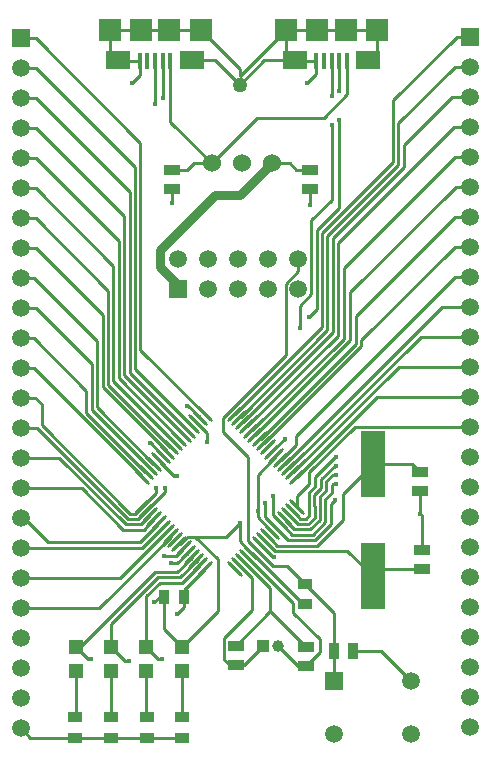
<source format=gtl>
G04*
G04 #@! TF.GenerationSoftware,Altium Limited,Altium Designer,18.0.12 (696)*
G04*
G04 Layer_Physical_Order=1*
G04 Layer_Color=255*
%FSLAX25Y25*%
%MOIN*%
G70*
G01*
G75*
%ADD12C,0.01000*%
G04:AMPARAMS|DCode=34|XSize=11mil|YSize=70.87mil|CornerRadius=0mil|HoleSize=0mil|Usage=FLASHONLY|Rotation=45.000|XOffset=0mil|YOffset=0mil|HoleType=Round|Shape=Round|*
%AMOVALD34*
21,1,0.05987,0.01100,0.00000,0.00000,135.0*
1,1,0.01100,0.02117,-0.02117*
1,1,0.01100,-0.02117,0.02117*
%
%ADD34OVALD34*%

G04:AMPARAMS|DCode=35|XSize=11mil|YSize=70.87mil|CornerRadius=0mil|HoleSize=0mil|Usage=FLASHONLY|Rotation=315.000|XOffset=0mil|YOffset=0mil|HoleType=Round|Shape=Round|*
%AMOVALD35*
21,1,0.05987,0.01100,0.00000,0.00000,45.0*
1,1,0.01100,-0.02117,-0.02117*
1,1,0.01100,0.02117,0.02117*
%
%ADD35OVALD35*%

%ADD36R,0.03347X0.05118*%
%ADD37R,0.05118X0.03347*%
%ADD38R,0.05000X0.05000*%
%ADD39R,0.01575X0.05315*%
%ADD40R,0.07480X0.07480*%
%ADD41R,0.08268X0.06299*%
%ADD42R,0.03740X0.05315*%
%ADD43R,0.05315X0.03740*%
%ADD44R,0.08268X0.22047*%
%ADD45C,0.03000*%
%ADD46C,0.05906*%
%ADD47R,0.05906X0.05906*%
%ADD48R,0.05906X0.05906*%
%ADD49C,0.06000*%
%ADD50C,0.03937*%
%ADD51R,0.03937X0.03937*%
%ADD52C,0.01500*%
%ADD53C,0.05000*%
D12*
X158500Y225000D02*
Y231900D01*
X156400Y234000D02*
X158500Y231900D01*
X151500Y234000D02*
X156400D01*
X158500Y225000D02*
X188000Y195500D01*
X211278Y227345D02*
Y227680D01*
X184256Y240615D02*
Y286244D01*
Y240615D02*
X204486Y220385D01*
X156500Y314000D02*
X184256Y286244D01*
X186056Y241599D02*
X205878Y221777D01*
X187856Y242415D02*
X206935Y223336D01*
X187856Y242415D02*
Y302644D01*
X189656Y243567D02*
Y311014D01*
Y243567D02*
X208662Y224561D01*
X191456Y250118D02*
X212838Y228737D01*
X191456Y250118D02*
Y319186D01*
X196000Y166000D02*
X197846Y167847D01*
X199310D01*
X235520Y181000D02*
X236000D01*
X231211Y185308D02*
X235520Y181000D01*
X227500Y186068D02*
X235568Y178000D01*
X240363D02*
X246156Y172207D01*
X235568Y178000D02*
X240363D01*
X239500Y220489D02*
Y220500D01*
X235387Y216377D02*
X239500Y220489D01*
X235387Y216209D02*
Y216377D01*
X230500Y196500D02*
Y208538D01*
X236779Y214817D01*
X224500Y186452D02*
Y192500D01*
Y186452D02*
X228428Y182524D01*
X209788Y187883D02*
X219883D01*
X207228D02*
X209788D01*
X219883D02*
X224500Y192500D01*
X218893Y222747D02*
X227245Y214395D01*
Y186658D02*
Y214395D01*
X227500Y186068D02*
Y186403D01*
X227300D02*
X227500D01*
X227300D02*
Y186603D01*
X227245Y186658D02*
X227300Y186603D01*
X218893Y222747D02*
Y227386D01*
X239854Y248347D01*
Y272108D01*
X244106Y276361D01*
Y280346D01*
X248359Y268585D02*
Y293359D01*
X244500Y264726D02*
X248359Y268585D01*
X244500Y257500D02*
Y264726D01*
X250159Y263659D02*
Y289895D01*
X251959Y257836D02*
Y289150D01*
X253759Y256684D02*
Y287995D01*
X255559Y255939D02*
Y287250D01*
X257359Y254884D02*
Y285859D01*
X259159Y277350D02*
X296324Y314514D01*
X259159Y253733D02*
Y277350D01*
X261400Y269258D02*
X296656Y304514D01*
X261400Y253357D02*
Y269258D01*
X263200Y261558D02*
X296156Y294514D01*
X263200Y252206D02*
Y261558D01*
X296014Y324514D02*
X301156D01*
X257359Y285859D02*
X296014Y324514D01*
X233000Y194487D02*
X240819Y186669D01*
X248359Y293359D02*
X255156Y300156D01*
X250159Y289895D02*
X257715Y297451D01*
X251959Y289150D02*
X275656Y312846D01*
X253759Y287995D02*
X277456Y311692D01*
Y325646D01*
X255559Y287250D02*
X279256Y310946D01*
X247500Y261000D02*
X250159Y263659D01*
X222860Y228737D02*
X251959Y257836D01*
X224956Y227881D02*
X253759Y256684D01*
X225644Y226023D02*
X255559Y255939D01*
X227036Y224561D02*
X257359Y254884D01*
X228428Y223336D02*
X228763D01*
X259159Y253733D01*
X229819Y221777D02*
X261400Y253357D01*
X231211Y220552D02*
X231547D01*
X263200Y252206D01*
X265000Y253358D02*
X296156Y284514D01*
X265000Y251460D02*
Y253358D01*
X232603Y219064D02*
X265000Y251460D01*
X257715Y297451D02*
Y326785D01*
X255156Y300156D02*
Y325156D01*
X194500Y219000D02*
X194903D01*
X178856Y237734D02*
X200310Y216280D01*
X180656Y238480D02*
X201367Y217769D01*
X203500Y162000D02*
X206002Y164502D01*
Y167847D01*
X204699Y174314D02*
X210533Y180148D01*
X208494Y180797D02*
Y181132D01*
X202000Y299000D02*
Y303850D01*
X248000Y298500D02*
Y303850D01*
X197483Y147000D02*
X198491D01*
X173927D02*
X174964D01*
X186205Y146500D02*
X187500D01*
X193420Y151063D02*
X197483Y147000D01*
X181642Y151063D02*
X186205Y146500D01*
X169864Y151063D02*
X173927Y147000D01*
X194903Y219000D02*
X198751Y215152D01*
X182456Y239631D02*
X203094Y218993D01*
X198751Y214914D02*
Y215152D01*
Y214914D02*
X198848Y214817D01*
X198918D01*
X207000Y231500D02*
X207458D01*
X211278Y227680D01*
Y227345D02*
X211446D01*
X213500Y219500D02*
Y222507D01*
X210054Y225953D02*
X213500Y222507D01*
X197694Y213187D02*
Y213425D01*
X202784Y208000D02*
X203500D01*
X197934Y212850D02*
X202784Y208000D01*
X197934Y212850D02*
Y212946D01*
X197694Y213187D02*
X197934Y212946D01*
X197527Y213425D02*
X197694D01*
X230500Y194371D02*
Y196500D01*
Y194371D02*
X235387Y189484D01*
X199500Y202593D02*
Y204000D01*
X196500Y202377D02*
Y204000D01*
X193183Y196108D02*
Y196443D01*
X193351D02*
X199500Y202593D01*
X191959Y197836D02*
X196500Y202377D01*
X201500Y179000D02*
X203746D01*
X207270Y182524D01*
X199341Y181341D02*
X203471D01*
X205711Y183581D01*
Y183819D01*
X205807Y183916D01*
X205878D01*
X206002Y170121D02*
X212838Y176956D01*
X206002Y167847D02*
Y170121D01*
X235500Y194939D02*
X238171Y192268D01*
X235500Y194939D02*
Y201500D01*
X233000Y194487D02*
Y199000D01*
X188500Y339000D02*
X191231Y341731D01*
Y346413D01*
X247000Y339000D02*
X250038Y342038D01*
Y346413D01*
X196349Y332151D02*
Y346413D01*
X198908Y334092D02*
Y346413D01*
Y334092D02*
X199000Y334000D01*
X201467Y325961D02*
Y346413D01*
X255156Y334656D02*
Y346413D01*
X257715Y336285D02*
Y346413D01*
X202000Y309996D02*
X206996D01*
X260274Y335274D02*
Y346413D01*
X252500Y327500D02*
X260274Y335274D01*
X230384Y327500D02*
X252500D01*
X215156Y312272D02*
X230384Y327500D01*
X224500Y338500D02*
X232807Y346807D01*
X242951D01*
X224500Y341348D02*
Y343853D01*
X211506Y356846D02*
X224500Y343853D01*
Y341348D02*
X239998Y356846D01*
X242951Y346807D02*
X243345Y346413D01*
X250038D01*
X216193Y346807D02*
X224500Y338500D01*
X208554Y346807D02*
X216193D01*
X243350Y310150D02*
X248000D01*
X241228Y312272D02*
X243350Y310150D01*
X209272Y312272D02*
X215156D01*
X206996Y309996D02*
X209272Y312272D01*
X235156D02*
X241228D01*
X156642Y354000D02*
X191456Y319186D01*
X192575Y190100D02*
X196134Y193660D01*
X185763Y190100D02*
X192575D01*
X171863Y204000D02*
X185763Y190100D01*
X151500Y204000D02*
X171863D01*
X191520Y191900D02*
X194707Y195087D01*
X194707D02*
X194743Y195052D01*
X194707Y195087D02*
X194707D01*
X186509Y191900D02*
X191520D01*
X164409Y214000D02*
X186509Y191900D01*
X151500Y214000D02*
X164409D01*
X156954Y224000D02*
X187254Y193700D01*
X151500Y224000D02*
X156954D01*
X187254Y193700D02*
X190775D01*
X193183Y196108D01*
Y196443D02*
X193351D01*
X188000Y195500D02*
X189623D01*
X191959Y197836D01*
X155887Y244000D02*
X191959Y207928D01*
X151500Y244000D02*
X155887D01*
X191959Y207857D02*
Y207928D01*
X193016Y209417D02*
X193351D01*
Y209249D02*
Y209417D01*
X173456Y228976D02*
X193016Y209417D01*
X173456Y228976D02*
Y236544D01*
X156000Y254000D02*
X173456Y236544D01*
X151500Y254000D02*
X156000D01*
X175256Y230128D02*
Y245244D01*
Y230128D02*
X194743Y210641D01*
X156500Y264000D02*
X175256Y245244D01*
X151500Y264000D02*
X156500D01*
X195799Y212201D02*
X196134D01*
Y212033D02*
Y212201D01*
X177056Y230944D02*
X195799Y212201D01*
X177056Y230944D02*
Y252944D01*
X156000Y274000D02*
X177056Y252944D01*
X151500Y274000D02*
X156000D01*
X200310Y216209D02*
Y216280D01*
X178856Y237734D02*
Y261644D01*
X156500Y284000D02*
X178856Y261644D01*
X151500Y284000D02*
X156500D01*
X201367Y217769D02*
X201702D01*
Y217601D02*
Y217769D01*
X180656Y238480D02*
Y269844D01*
X156500Y294000D02*
X180656Y269844D01*
X151500Y294000D02*
X156500D01*
X182456Y239631D02*
Y278044D01*
X156500Y304000D02*
X182456Y278044D01*
X151500Y304000D02*
X156500D01*
X151500Y314000D02*
X156500D01*
X206935Y223336D02*
X207270D01*
X156500Y334000D02*
X187856Y302644D01*
X151500Y334000D02*
X156500D01*
X186056Y241599D02*
Y294614D01*
X156670Y324000D02*
X186056Y294614D01*
X151500Y324000D02*
X156670D01*
X207270Y223169D02*
Y223336D01*
X156670Y344000D02*
X189656Y311014D01*
X151500Y344000D02*
X156670D01*
X151500Y354000D02*
X156642D01*
X197359Y192029D02*
Y192268D01*
X191344Y186014D02*
X197359Y192029D01*
X160514Y186014D02*
X191344D01*
X152528Y194000D02*
X160514Y186014D01*
X151500Y194000D02*
X152528D01*
X197359Y192268D02*
X197527D01*
X198751Y190876D02*
X199159Y191284D01*
X198751Y190638D02*
Y190876D01*
Y190638D02*
X199397Y191284D01*
X191875Y184000D02*
X198751Y190876D01*
X151500Y184000D02*
X191875D01*
X184659Y174000D02*
X200143Y189484D01*
X151500Y174000D02*
X184659D01*
X201535Y187757D02*
Y188092D01*
X177778Y164000D02*
X201535Y187757D01*
X151500Y164000D02*
X177778D01*
X199397Y191284D02*
X199494D01*
X199159D02*
X199397D01*
X198751Y190876D02*
X198918D01*
X200143Y189484D02*
X200310D01*
X201535Y188092D02*
X201702D01*
X151500Y124000D02*
X154630Y120870D01*
X169798D01*
X181649D01*
X193499D01*
X205349D01*
X204486Y185308D02*
X204654D01*
X207228Y187883D01*
X209788D02*
X217156Y180514D01*
Y163021D02*
Y180514D01*
X205198Y151063D02*
X217156Y163021D01*
X199310Y156951D02*
X205198Y151063D01*
X199310Y156951D02*
Y167847D01*
X205198Y127714D02*
X205349Y127563D01*
X205198Y127714D02*
Y143063D01*
X193420Y127642D02*
X193499Y127563D01*
X193420Y127642D02*
Y143063D01*
X181642Y127569D02*
X181649Y127563D01*
X181642Y127569D02*
Y143063D01*
X169798Y127563D02*
X169864Y127629D01*
Y143063D01*
X196256Y176114D02*
X203812D01*
X171205Y151063D02*
X196256Y176114D01*
X169864Y151063D02*
X171205D01*
X181642Y158795D02*
X197161Y174314D01*
X181642Y151063D02*
Y158795D01*
X197161Y174314D02*
X204699D01*
X203812Y176114D02*
X208494Y180797D01*
Y181132D02*
X208662D01*
X210533Y180148D02*
X210630D01*
X211278Y178348D02*
X211446D01*
X205444Y172514D02*
X211278Y178348D01*
X197906Y172514D02*
X205444D01*
X193420Y151063D02*
Y168028D01*
X197906Y172514D01*
X224252Y178181D02*
X224587D01*
X219198Y146972D02*
X220967Y145203D01*
X219198Y146972D02*
Y154057D01*
X223089Y145203D02*
X223156D01*
X224587Y178181D02*
X228656Y174112D01*
Y163514D02*
Y174112D01*
X219198Y154057D02*
X228656Y163514D01*
X234737Y163083D02*
Y170577D01*
X225644Y179669D02*
X234737Y170577D01*
X225644Y179669D02*
Y179740D01*
X234737Y163083D02*
X246656Y151164D01*
X223156Y151502D02*
X234737Y163083D01*
X246656Y144865D02*
X246723D01*
X251156Y149298D01*
Y153682D01*
X242297Y162541D02*
X251156Y153682D01*
X242297Y162541D02*
Y165871D01*
X227036Y181132D02*
X242297Y165871D01*
X224252Y178181D02*
Y178348D01*
X243955Y144865D02*
X246656D01*
X237317Y151502D02*
X243955Y144865D01*
X226081Y145203D02*
X232380Y151502D01*
X223156Y145203D02*
X226081D01*
X271565Y149846D02*
X281644Y139768D01*
X262156Y149846D02*
X271565D01*
X255857D02*
X256053Y149650D01*
Y139768D02*
Y149650D01*
X255857Y149846D02*
Y162506D01*
X246156Y172207D02*
X255857Y162506D01*
X228428Y182524D02*
X228498D01*
X245508Y165514D01*
X246156D01*
X284656Y195514D02*
X285156Y195014D01*
Y183496D02*
Y195014D01*
X284656Y195514D02*
Y203047D01*
X239731Y193324D02*
Y193660D01*
X268849Y174646D02*
X271400Y177197D01*
X285156D01*
X260426Y183069D02*
X268849Y174646D01*
X236305Y183069D02*
X260426D01*
X232674Y186700D02*
X236305Y183069D01*
X232603Y186700D02*
X232674D01*
X258856Y202054D02*
X268849Y212047D01*
X254906Y198764D02*
X256156Y200014D01*
X254906Y191970D02*
Y198764D01*
X281955Y212047D02*
X284656Y209347D01*
X268849Y212047D02*
X281955D01*
X234163Y187757D02*
Y188092D01*
X258856Y193375D02*
Y202054D01*
X250350Y184869D02*
X258856Y193375D01*
X237051Y184869D02*
X250350D01*
X234163Y187757D02*
X237051Y184869D01*
X233995Y188092D02*
X234163D01*
X249604Y186669D02*
X254906Y191970D01*
X240819Y186669D02*
X249604D01*
X249456Y198070D02*
X249505Y198020D01*
Y194207D02*
Y198020D01*
X247367Y192069D02*
X249505Y194207D01*
X251306Y193461D02*
Y198766D01*
X248113Y190269D02*
X251306Y193461D01*
X251256Y198815D02*
X251306Y198766D01*
X253105Y192716D02*
Y199511D01*
X248859Y188469D02*
X253105Y192716D01*
X253056Y199561D02*
X253105Y199511D01*
X253056Y199561D02*
Y200323D01*
X255656Y205514D02*
X256656D01*
X255256Y205114D02*
X255656Y205514D01*
X255256Y202523D02*
Y205114D01*
X253056Y200323D02*
X255256Y202523D01*
X255701Y208514D02*
X256656D01*
X253456Y206269D02*
X255701Y208514D01*
X253456Y203269D02*
Y206269D01*
X256156Y211514D02*
X256656D01*
X251656Y207014D02*
X256156Y211514D01*
X249505Y207864D02*
X256156Y214514D01*
X249505Y204496D02*
Y207864D01*
X256156Y214514D02*
X256656D01*
X241970Y188469D02*
X248859D01*
X238171Y192268D02*
X241970Y188469D01*
X251256Y201069D02*
X253456Y203269D01*
X251656Y204014D02*
Y207014D01*
X249456Y201814D02*
X251656Y204014D01*
X247656Y202646D02*
X249505Y204496D01*
X247706Y205241D02*
Y209278D01*
X243739Y201275D02*
X247706Y205241D01*
X251256Y198815D02*
Y201069D01*
X249456Y198070D02*
Y201814D01*
X247656Y197324D02*
Y202646D01*
X243739Y197836D02*
Y201275D01*
X242786Y190269D02*
X248113D01*
X242515Y196108D02*
Y196443D01*
X247706Y209278D02*
X262941Y224514D01*
X243739Y207857D02*
X270396Y234514D01*
X262941Y224514D02*
X301156D01*
X270396Y234514D02*
X301156D01*
X239731Y193324D02*
X242786Y190269D01*
X239563Y193660D02*
X239731D01*
X244008Y192069D02*
X247367D01*
X241026Y195052D02*
X244008Y192069D01*
X240955Y195052D02*
X241026D01*
X247656Y197324D02*
X247706Y197274D01*
Y194953D02*
Y197274D01*
X246622Y193869D02*
X247706Y194953D01*
X244754Y193869D02*
X246622D01*
X242515Y196108D02*
X244754Y193869D01*
X242347Y196443D02*
X242515D01*
X242347Y209249D02*
X277612Y244514D01*
X301156D01*
X240955Y210641D02*
X284828Y254514D01*
X301156D01*
X239563Y212033D02*
X292044Y264514D01*
X301156D01*
X238171Y213425D02*
X243156Y218410D01*
Y221514D01*
X296156Y274514D01*
X301156D01*
X232603Y218993D02*
Y219064D01*
X296156Y284514D02*
X301156D01*
X296156Y294514D02*
X301156D01*
X231211Y220385D02*
Y220552D01*
X296656Y304514D02*
X301156D01*
X228428Y223169D02*
Y223336D01*
X296324Y314514D02*
X301156D01*
X296824Y354514D02*
X301156D01*
X275656Y333347D02*
X296824Y354514D01*
X275656Y312846D02*
Y333347D01*
X296324Y344514D02*
X301156D01*
X277456Y325646D02*
X296324Y344514D01*
X295324Y334514D02*
X301156D01*
X279256Y318446D02*
X295324Y334514D01*
X279256Y310946D02*
Y318446D01*
X225644Y225953D02*
Y226023D01*
X224621Y227881D02*
X224956D01*
X267361Y346807D02*
X270313Y349760D01*
Y356846D01*
X184144Y346807D02*
X184538Y346413D01*
X191231D01*
X181191Y349760D02*
X184144Y346807D01*
X181191Y349760D02*
Y356846D01*
X239998Y349760D02*
X242951Y346807D01*
X239998Y349760D02*
Y356846D01*
X259880D02*
X270313D01*
X250431D02*
X259880D01*
X239998D02*
X250431D01*
X201073Y356846D02*
X211506D01*
X191624D02*
X201073D01*
X181191D02*
X191624D01*
X201467Y325961D02*
X215156Y312272D01*
D34*
X212838Y228737D02*
D03*
X211446Y227345D02*
D03*
X210054Y225953D02*
D03*
X208662Y224561D02*
D03*
X207270Y223169D02*
D03*
X205878Y221777D02*
D03*
X204486Y220385D02*
D03*
X203094Y218993D02*
D03*
X201702Y217601D02*
D03*
X200310Y216209D02*
D03*
X198918Y214817D02*
D03*
X197527Y213425D02*
D03*
X196134Y212033D02*
D03*
X194743Y210641D02*
D03*
X193351Y209249D02*
D03*
X191959Y207857D02*
D03*
X222860Y176956D02*
D03*
X224252Y178348D02*
D03*
X225644Y179740D02*
D03*
X227036Y181132D02*
D03*
X228428Y182524D02*
D03*
X229819Y183916D02*
D03*
X231211Y185308D02*
D03*
X232603Y186700D02*
D03*
X233995Y188092D02*
D03*
X235387Y189484D02*
D03*
X236779Y190876D02*
D03*
X238171Y192268D02*
D03*
X239563Y193660D02*
D03*
X240955Y195052D02*
D03*
X242347Y196443D02*
D03*
X243739Y197836D02*
D03*
D35*
X191959D02*
D03*
X193351Y196443D02*
D03*
X194743Y195052D02*
D03*
X196134Y193660D02*
D03*
X197527Y192268D02*
D03*
X198918Y190876D02*
D03*
X200310Y189484D02*
D03*
X201702Y188092D02*
D03*
X203094Y186700D02*
D03*
X204486Y185308D02*
D03*
X205878Y183916D02*
D03*
X207270Y182524D02*
D03*
X208662Y181132D02*
D03*
X210054Y179740D02*
D03*
X211446Y178348D02*
D03*
X212838Y176956D02*
D03*
X243739Y207857D02*
D03*
X242347Y209249D02*
D03*
X240955Y210641D02*
D03*
X239563Y212033D02*
D03*
X238171Y213425D02*
D03*
X236779Y214817D02*
D03*
X235387Y216209D02*
D03*
X233995Y217601D02*
D03*
X232603Y218993D02*
D03*
X231211Y220385D02*
D03*
X229819Y221777D02*
D03*
X228428Y223169D02*
D03*
X227036Y224561D02*
D03*
X225644Y225953D02*
D03*
X224252Y227345D02*
D03*
X222860Y228737D02*
D03*
D36*
X206002Y167847D02*
D03*
X199310D02*
D03*
D37*
X181649Y127563D02*
D03*
Y120870D02*
D03*
X193499Y127563D02*
D03*
Y120870D02*
D03*
X169798Y127563D02*
D03*
Y120870D02*
D03*
X246156Y172207D02*
D03*
Y165514D02*
D03*
X205349Y120870D02*
D03*
Y127563D02*
D03*
D38*
X181642Y143063D02*
D03*
Y151063D02*
D03*
X193420Y143063D02*
D03*
Y151063D02*
D03*
X169864Y143063D02*
D03*
Y151063D02*
D03*
X205198D02*
D03*
Y143063D02*
D03*
D39*
X201467Y346413D02*
D03*
X198908D02*
D03*
X196349D02*
D03*
X193790D02*
D03*
X191231D02*
D03*
X260274Y346413D02*
D03*
X257715D02*
D03*
X255156D02*
D03*
X252597D02*
D03*
X250038D02*
D03*
D40*
X201073Y356846D02*
D03*
X191624D02*
D03*
X211506D02*
D03*
X181191D02*
D03*
X259880Y356846D02*
D03*
X250431D02*
D03*
X270313D02*
D03*
X239998D02*
D03*
D41*
X208554Y346807D02*
D03*
X184144D02*
D03*
X267361Y346807D02*
D03*
X242951D02*
D03*
D42*
X262156Y149846D02*
D03*
X255857D02*
D03*
D43*
X285156Y177197D02*
D03*
Y183496D02*
D03*
X284656Y209347D02*
D03*
Y203047D02*
D03*
X246656Y144865D02*
D03*
Y151164D02*
D03*
X223156Y145203D02*
D03*
Y151502D02*
D03*
X202000Y303850D02*
D03*
Y310150D02*
D03*
X248000Y303850D02*
D03*
Y310150D02*
D03*
D44*
X268849Y212047D02*
D03*
Y174646D02*
D03*
D45*
X198000Y277600D02*
X205254Y270346D01*
X224584Y301700D02*
X235156Y312272D01*
X216200Y301700D02*
X224584D01*
X198000Y283500D02*
X216200Y301700D01*
X204106Y270346D02*
X205254D01*
X198000Y277600D02*
Y283500D01*
D46*
X301156Y344514D02*
D03*
Y334514D02*
D03*
Y324514D02*
D03*
Y314514D02*
D03*
Y304514D02*
D03*
Y294514D02*
D03*
Y284514D02*
D03*
Y274514D02*
D03*
Y264514D02*
D03*
Y254514D02*
D03*
Y244514D02*
D03*
Y234514D02*
D03*
Y224514D02*
D03*
Y214514D02*
D03*
Y204514D02*
D03*
Y194514D02*
D03*
Y184514D02*
D03*
Y174514D02*
D03*
Y164514D02*
D03*
Y154514D02*
D03*
Y144514D02*
D03*
Y134514D02*
D03*
Y124514D02*
D03*
X151500Y344000D02*
D03*
Y334000D02*
D03*
Y324000D02*
D03*
Y314000D02*
D03*
Y304000D02*
D03*
Y294000D02*
D03*
Y284000D02*
D03*
Y274000D02*
D03*
Y264000D02*
D03*
Y254000D02*
D03*
Y244000D02*
D03*
Y234000D02*
D03*
Y224000D02*
D03*
Y214000D02*
D03*
Y204000D02*
D03*
Y194000D02*
D03*
Y184000D02*
D03*
Y174000D02*
D03*
Y164000D02*
D03*
Y154000D02*
D03*
Y144000D02*
D03*
Y134000D02*
D03*
Y124000D02*
D03*
X244106Y280346D02*
D03*
Y270346D02*
D03*
X234106Y280346D02*
D03*
Y270346D02*
D03*
X224106Y280346D02*
D03*
Y270346D02*
D03*
X214106Y280346D02*
D03*
Y270346D02*
D03*
X204106Y280346D02*
D03*
X256053Y122051D02*
D03*
X281644D02*
D03*
Y139768D02*
D03*
D47*
X301156Y354514D02*
D03*
X151500Y354000D02*
D03*
D48*
X204106Y270346D02*
D03*
X256053Y139768D02*
D03*
D49*
X215156Y312272D02*
D03*
X225156D02*
D03*
X235156D02*
D03*
D50*
X237317Y151502D02*
D03*
D51*
X232380D02*
D03*
D52*
X196000Y166000D02*
D03*
X236000Y181000D02*
D03*
X239500Y220500D02*
D03*
X224500Y192500D02*
D03*
X244500Y257500D02*
D03*
X247500Y261000D02*
D03*
X255156Y325156D02*
D03*
X257715Y326785D02*
D03*
X194500Y219000D02*
D03*
X248000Y298500D02*
D03*
X202000Y299000D02*
D03*
X198491Y147000D02*
D03*
X174964D02*
D03*
X187500Y146500D02*
D03*
X230500Y196500D02*
D03*
X203500Y208000D02*
D03*
X213500Y219500D02*
D03*
X207000Y231500D02*
D03*
X199500Y204000D02*
D03*
X196500D02*
D03*
X199341Y181341D02*
D03*
X201500Y179000D02*
D03*
X233000Y199000D02*
D03*
X235500Y201500D02*
D03*
X247000Y339000D02*
D03*
X188500D02*
D03*
X196349Y332151D02*
D03*
X199000Y334000D02*
D03*
X255156Y334656D02*
D03*
X257715Y336285D02*
D03*
X203500Y162000D02*
D03*
X284656Y195514D02*
D03*
X256156Y200014D02*
D03*
X256656Y205514D02*
D03*
Y208514D02*
D03*
Y211514D02*
D03*
Y214514D02*
D03*
D53*
X224500Y338500D02*
D03*
M02*

</source>
